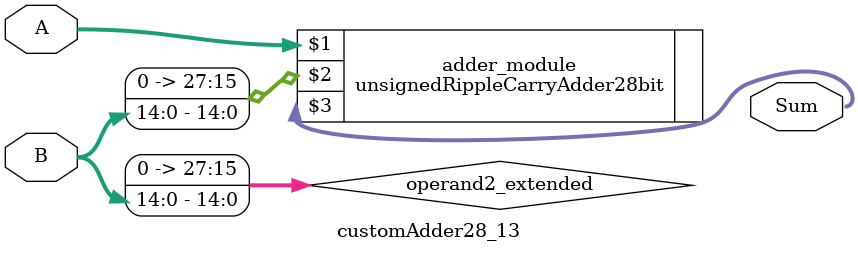
<source format=v>

module customAdder28_13(
                    input [27 : 0] A,
                    input [14 : 0] B,
                    
                    output [28 : 0] Sum
            );

    wire [27 : 0] operand2_extended;
    
    assign operand2_extended =  {13'b0, B};
    
    unsignedRippleCarryAdder28bit adder_module(
        A,
        operand2_extended,
        Sum
    );
    
endmodule
        
</source>
